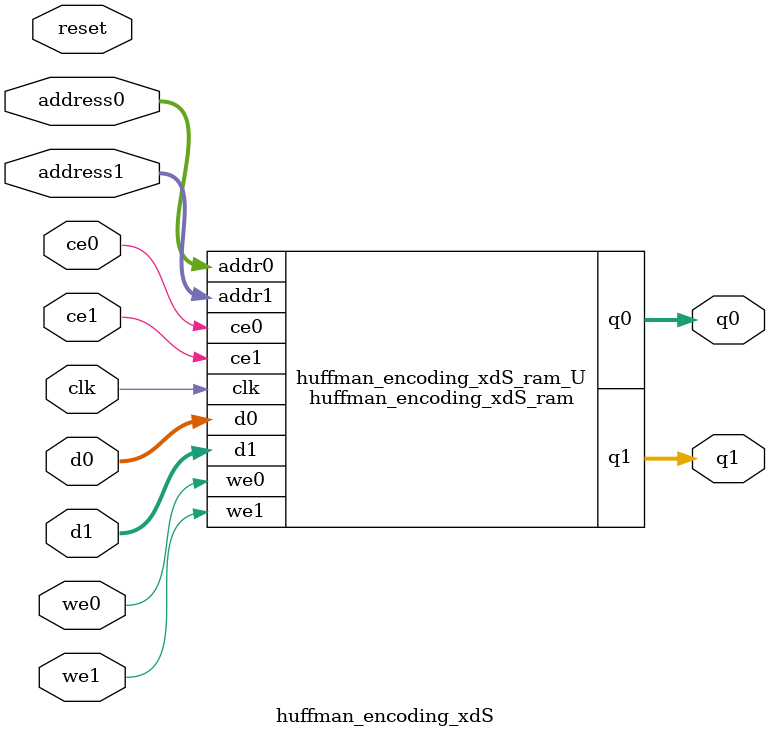
<source format=v>
`timescale 1 ns / 1 ps
module huffman_encoding_xdS_ram (addr0, ce0, d0, we0, q0, addr1, ce1, d1, we1, q1,  clk);

parameter DWIDTH = 32;
parameter AWIDTH = 6;
parameter MEM_SIZE = 64;

input[AWIDTH-1:0] addr0;
input ce0;
input[DWIDTH-1:0] d0;
input we0;
output reg[DWIDTH-1:0] q0;
input[AWIDTH-1:0] addr1;
input ce1;
input[DWIDTH-1:0] d1;
input we1;
output reg[DWIDTH-1:0] q1;
input clk;

(* ram_style = "block" *)reg [DWIDTH-1:0] ram[0:MEM_SIZE-1];




always @(posedge clk)  
begin 
    if (ce0) begin
        if (we0) 
            ram[addr0] <= d0; 
        q0 <= ram[addr0];
    end
end


always @(posedge clk)  
begin 
    if (ce1) begin
        if (we1) 
            ram[addr1] <= d1; 
        q1 <= ram[addr1];
    end
end


endmodule

`timescale 1 ns / 1 ps
module huffman_encoding_xdS(
    reset,
    clk,
    address0,
    ce0,
    we0,
    d0,
    q0,
    address1,
    ce1,
    we1,
    d1,
    q1);

parameter DataWidth = 32'd32;
parameter AddressRange = 32'd64;
parameter AddressWidth = 32'd6;
input reset;
input clk;
input[AddressWidth - 1:0] address0;
input ce0;
input we0;
input[DataWidth - 1:0] d0;
output[DataWidth - 1:0] q0;
input[AddressWidth - 1:0] address1;
input ce1;
input we1;
input[DataWidth - 1:0] d1;
output[DataWidth - 1:0] q1;



huffman_encoding_xdS_ram huffman_encoding_xdS_ram_U(
    .clk( clk ),
    .addr0( address0 ),
    .ce0( ce0 ),
    .we0( we0 ),
    .d0( d0 ),
    .q0( q0 ),
    .addr1( address1 ),
    .ce1( ce1 ),
    .we1( we1 ),
    .d1( d1 ),
    .q1( q1 ));

endmodule


</source>
